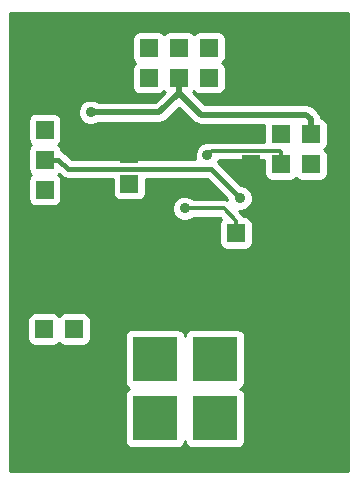
<source format=gbr>
G04 #@! TF.FileFunction,Copper,L1,Top,Signal*
%FSLAX46Y46*%
G04 Gerber Fmt 4.6, Leading zero omitted, Abs format (unit mm)*
G04 Created by KiCad (PCBNEW 0.201505051231+5642~23~ubuntu14.04.1-product) date St 6. květen 2015, 12:46:28 CEST*
%MOMM*%
G01*
G04 APERTURE LIST*
%ADD10C,0.300000*%
%ADD11R,1.524000X1.524000*%
%ADD12C,6.000000*%
%ADD13R,3.810000X3.810000*%
%ADD14C,0.889000*%
%ADD15C,0.500000*%
%ADD16C,0.400000*%
%ADD17C,0.254000*%
G04 APERTURE END LIST*
D10*
D11*
X3810000Y15494000D03*
X6350000Y15494000D03*
X3810000Y12954000D03*
X6350000Y12954000D03*
X3810000Y10414000D03*
X6350000Y10414000D03*
X22606000Y21082000D03*
X20066000Y21082000D03*
X26416000Y26924000D03*
X23876000Y26924000D03*
X26416000Y29464000D03*
X23876000Y29464000D03*
X20320000Y36766500D03*
X20320000Y34226500D03*
X17780000Y36766500D03*
X17780000Y34226500D03*
X15240000Y36766500D03*
X15240000Y34226500D03*
X12700000Y36766500D03*
X12700000Y34226500D03*
X10160000Y36766500D03*
X10160000Y34226500D03*
D12*
X5080000Y35560000D03*
X25400000Y5080000D03*
X25400000Y35560000D03*
X5080000Y5080000D03*
D13*
X18288000Y5414000D03*
X18288000Y10414000D03*
X13208000Y5414000D03*
X13208000Y10414000D03*
D11*
X3873500Y24765000D03*
X3873500Y27305000D03*
X3873500Y29845000D03*
X21336000Y26924000D03*
X21336000Y29464000D03*
X11049000Y27813000D03*
X11049000Y25273000D03*
D14*
X7757524Y31309999D03*
X15748000Y23177500D03*
X17653000Y27686000D03*
X20402158Y24041436D03*
D15*
X13585499Y31309999D02*
X12558207Y31309999D01*
X12558207Y31309999D02*
X7757524Y31309999D01*
X15240000Y32964500D02*
X13585499Y31309999D01*
X15240000Y34226500D02*
X15240000Y32964500D01*
X15240000Y32964500D02*
X16409241Y31795259D01*
X26027000Y31115000D02*
X17089500Y31115000D01*
X17089500Y31115000D02*
X16409241Y31795259D01*
X26416000Y30726000D02*
X26027000Y31115000D01*
X26416000Y30726000D02*
X26416000Y29464000D01*
D10*
X20066000Y22144000D02*
X20066000Y21082000D01*
X19032500Y23177500D02*
X20066000Y22144000D01*
X15748000Y23177500D02*
X19032500Y23177500D01*
X18003001Y28036001D02*
X17653000Y27686000D01*
X23825999Y28036001D02*
X18003001Y28036001D01*
X23876000Y27986000D02*
X23825999Y28036001D01*
X23876000Y26924000D02*
X23876000Y27986000D01*
D16*
X17919595Y26523999D02*
X20402158Y24041436D01*
X8495526Y26523999D02*
X17919595Y26523999D01*
X5816501Y26523999D02*
X8495526Y26523999D01*
X5035500Y27305000D02*
X5816501Y26523999D01*
X3873500Y27305000D02*
X5035500Y27305000D01*
D17*
G36*
X29541000Y939000D02*
X27825440Y939000D01*
X27825440Y26162000D01*
X27825440Y27686000D01*
X27778463Y27928123D01*
X27638673Y28140927D01*
X27560458Y28193723D01*
X27632927Y28241327D01*
X27775377Y28452360D01*
X27825440Y28702000D01*
X27825440Y30226000D01*
X27778463Y30468123D01*
X27638673Y30680927D01*
X27427640Y30823377D01*
X27275564Y30853875D01*
X27233633Y31064675D01*
X27041790Y31351790D01*
X27041786Y31351793D01*
X26652790Y31740790D01*
X26365675Y31932633D01*
X26309484Y31943811D01*
X26027000Y32000001D01*
X26026994Y32000000D01*
X17456079Y32000000D01*
X17035031Y32421049D01*
X17035027Y32421052D01*
X16454105Y33001974D01*
X16456927Y33003827D01*
X16509722Y33082042D01*
X16557327Y33009573D01*
X16768360Y32867123D01*
X17018000Y32817060D01*
X18542000Y32817060D01*
X18784123Y32864037D01*
X18996927Y33003827D01*
X19139377Y33214860D01*
X19189440Y33464500D01*
X19189440Y34988500D01*
X19142463Y35230623D01*
X19002673Y35443427D01*
X18924458Y35496223D01*
X18996927Y35543827D01*
X19139377Y35754860D01*
X19189440Y36004500D01*
X19189440Y37528500D01*
X19142463Y37770623D01*
X19002673Y37983427D01*
X18791640Y38125877D01*
X18542000Y38175940D01*
X17018000Y38175940D01*
X16775877Y38128963D01*
X16563073Y37989173D01*
X16510277Y37910959D01*
X16462673Y37983427D01*
X16251640Y38125877D01*
X16002000Y38175940D01*
X14478000Y38175940D01*
X14235877Y38128963D01*
X14023073Y37989173D01*
X13970277Y37910959D01*
X13922673Y37983427D01*
X13711640Y38125877D01*
X13462000Y38175940D01*
X11938000Y38175940D01*
X11695877Y38128963D01*
X11483073Y37989173D01*
X11340623Y37778140D01*
X11290560Y37528500D01*
X11290560Y36004500D01*
X11337537Y35762377D01*
X11477327Y35549573D01*
X11555541Y35496778D01*
X11483073Y35449173D01*
X11340623Y35238140D01*
X11290560Y34988500D01*
X11290560Y33464500D01*
X11337537Y33222377D01*
X11477327Y33009573D01*
X11688360Y32867123D01*
X11938000Y32817060D01*
X13462000Y32817060D01*
X13704123Y32864037D01*
X13916927Y33003827D01*
X13969722Y33082042D01*
X14017327Y33009573D01*
X14026978Y33003059D01*
X13218919Y32194999D01*
X12558207Y32194999D01*
X8399380Y32194999D01*
X8369810Y32224621D01*
X7973192Y32389312D01*
X7543740Y32389686D01*
X7146835Y32225688D01*
X6842902Y31922285D01*
X6678211Y31525667D01*
X6677837Y31096215D01*
X6841835Y30699310D01*
X7145238Y30395377D01*
X7541856Y30230686D01*
X7971308Y30230312D01*
X8368213Y30394310D01*
X8398955Y30424999D01*
X12558207Y30424999D01*
X13585493Y30424999D01*
X13585499Y30424998D01*
X13585499Y30424999D01*
X13867983Y30481189D01*
X13924173Y30492366D01*
X13924174Y30492366D01*
X14211289Y30684209D01*
X15239999Y31712921D01*
X15783448Y31169473D01*
X15783451Y31169469D01*
X16463707Y30489214D01*
X16463710Y30489210D01*
X16463711Y30489210D01*
X16655554Y30361025D01*
X16750825Y30297367D01*
X16750826Y30297366D01*
X17089500Y30229999D01*
X17089500Y30230000D01*
X17089505Y30230000D01*
X22467362Y30230000D01*
X22466560Y30226000D01*
X22466560Y28821001D01*
X18003001Y28821001D01*
X17723675Y28765440D01*
X17723674Y28765440D01*
X17439216Y28765687D01*
X17042311Y28601689D01*
X16738378Y28298286D01*
X16573687Y27901668D01*
X16573313Y27472216D01*
X16620093Y27358999D01*
X8495526Y27358999D01*
X6162368Y27358999D01*
X5625934Y27895434D01*
X5355041Y28076439D01*
X5278140Y28091736D01*
X5235963Y28309123D01*
X5096173Y28521927D01*
X5017958Y28574723D01*
X5090427Y28622327D01*
X5232877Y28833360D01*
X5282940Y29083000D01*
X5282940Y30607000D01*
X5235963Y30849123D01*
X5096173Y31061927D01*
X4885140Y31204377D01*
X4635500Y31254440D01*
X3111500Y31254440D01*
X2869377Y31207463D01*
X2656573Y31067673D01*
X2514123Y30856640D01*
X2464060Y30607000D01*
X2464060Y29083000D01*
X2511037Y28840877D01*
X2650827Y28628073D01*
X2729041Y28575278D01*
X2656573Y28527673D01*
X2514123Y28316640D01*
X2464060Y28067000D01*
X2464060Y26543000D01*
X2511037Y26300877D01*
X2650827Y26088073D01*
X2729041Y26035278D01*
X2656573Y25987673D01*
X2514123Y25776640D01*
X2464060Y25527000D01*
X2464060Y24003000D01*
X2511037Y23760877D01*
X2650827Y23548073D01*
X2861860Y23405623D01*
X3111500Y23355560D01*
X4635500Y23355560D01*
X4877623Y23402537D01*
X5090427Y23542327D01*
X5232877Y23753360D01*
X5282940Y24003000D01*
X5282940Y25527000D01*
X5235963Y25769123D01*
X5096173Y25981927D01*
X5017958Y26034723D01*
X5082507Y26077125D01*
X5226067Y25933565D01*
X5496960Y25752560D01*
X5496961Y25752560D01*
X5816501Y25688999D01*
X8495526Y25688999D01*
X9639560Y25688999D01*
X9639560Y24511000D01*
X9686537Y24268877D01*
X9826327Y24056073D01*
X10037360Y23913623D01*
X10287000Y23863560D01*
X11811000Y23863560D01*
X12053123Y23910537D01*
X12265927Y24050327D01*
X12408377Y24261360D01*
X12458440Y24511000D01*
X12458440Y25688999D01*
X17573727Y25688999D01*
X19322568Y23940158D01*
X19322538Y23904808D01*
X19032500Y23962500D01*
X16489681Y23962500D01*
X16360286Y24092122D01*
X15963668Y24256813D01*
X15534216Y24257187D01*
X15137311Y24093189D01*
X14833378Y23789786D01*
X14668687Y23393168D01*
X14668313Y22963716D01*
X14832311Y22566811D01*
X15135714Y22262878D01*
X15532332Y22098187D01*
X15961784Y22097813D01*
X16358689Y22261811D01*
X16489606Y22392500D01*
X18707342Y22392500D01*
X18827350Y22272492D01*
X18706623Y22093640D01*
X18656560Y21844000D01*
X18656560Y20320000D01*
X18703537Y20077877D01*
X18843327Y19865073D01*
X19054360Y19722623D01*
X19304000Y19672560D01*
X20828000Y19672560D01*
X21070123Y19719537D01*
X21282927Y19859327D01*
X21425377Y20070360D01*
X21475440Y20320000D01*
X21475440Y21844000D01*
X21428463Y22086123D01*
X21288673Y22298927D01*
X21077640Y22441377D01*
X20828000Y22491440D01*
X20759818Y22491440D01*
X20621079Y22699079D01*
X20358184Y22961974D01*
X20615942Y22961749D01*
X21012847Y23125747D01*
X21316780Y23429150D01*
X21481471Y23825768D01*
X21481845Y24255220D01*
X21317847Y24652125D01*
X21014444Y24956058D01*
X20617826Y25120749D01*
X20503613Y25120849D01*
X18559177Y27065285D01*
X18567622Y27073714D01*
X18641238Y27251001D01*
X22466560Y27251001D01*
X22466560Y26162000D01*
X22513537Y25919877D01*
X22653327Y25707073D01*
X22864360Y25564623D01*
X23114000Y25514560D01*
X24638000Y25514560D01*
X24880123Y25561537D01*
X25092927Y25701327D01*
X25145722Y25779542D01*
X25193327Y25707073D01*
X25404360Y25564623D01*
X25654000Y25514560D01*
X27178000Y25514560D01*
X27420123Y25561537D01*
X27632927Y25701327D01*
X27775377Y25912360D01*
X27825440Y26162000D01*
X27825440Y939000D01*
X20840440Y939000D01*
X20840440Y3509000D01*
X20840440Y7319000D01*
X20793463Y7561123D01*
X20653673Y7773927D01*
X20444818Y7914907D01*
X20647927Y8048327D01*
X20790377Y8259360D01*
X20840440Y8509000D01*
X20840440Y12319000D01*
X20793463Y12561123D01*
X20653673Y12773927D01*
X20442640Y12916377D01*
X20193000Y12966440D01*
X16383000Y12966440D01*
X16140877Y12919463D01*
X15928073Y12779673D01*
X15785623Y12568640D01*
X15748205Y12382058D01*
X15713463Y12561123D01*
X15573673Y12773927D01*
X15362640Y12916377D01*
X15113000Y12966440D01*
X11303000Y12966440D01*
X11060877Y12919463D01*
X10848073Y12779673D01*
X10705623Y12568640D01*
X10655560Y12319000D01*
X10655560Y8509000D01*
X10702537Y8266877D01*
X10842327Y8054073D01*
X11051181Y7913094D01*
X10848073Y7779673D01*
X10705623Y7568640D01*
X10655560Y7319000D01*
X10655560Y3509000D01*
X10702537Y3266877D01*
X10842327Y3054073D01*
X11053360Y2911623D01*
X11303000Y2861560D01*
X15113000Y2861560D01*
X15355123Y2908537D01*
X15567927Y3048327D01*
X15710377Y3259360D01*
X15747794Y3445943D01*
X15782537Y3266877D01*
X15922327Y3054073D01*
X16133360Y2911623D01*
X16383000Y2861560D01*
X20193000Y2861560D01*
X20435123Y2908537D01*
X20647927Y3048327D01*
X20790377Y3259360D01*
X20840440Y3509000D01*
X20840440Y939000D01*
X7759440Y939000D01*
X7759440Y12192000D01*
X7759440Y13716000D01*
X7712463Y13958123D01*
X7572673Y14170927D01*
X7361640Y14313377D01*
X7112000Y14363440D01*
X5588000Y14363440D01*
X5345877Y14316463D01*
X5133073Y14176673D01*
X5080277Y14098459D01*
X5032673Y14170927D01*
X4821640Y14313377D01*
X4572000Y14363440D01*
X3048000Y14363440D01*
X2805877Y14316463D01*
X2593073Y14176673D01*
X2450623Y13965640D01*
X2400560Y13716000D01*
X2400560Y12192000D01*
X2447537Y11949877D01*
X2587327Y11737073D01*
X2798360Y11594623D01*
X3048000Y11544560D01*
X4572000Y11544560D01*
X4814123Y11591537D01*
X5026927Y11731327D01*
X5079722Y11809542D01*
X5127327Y11737073D01*
X5338360Y11594623D01*
X5588000Y11544560D01*
X7112000Y11544560D01*
X7354123Y11591537D01*
X7566927Y11731327D01*
X7709377Y11942360D01*
X7759440Y12192000D01*
X7759440Y939000D01*
X939000Y939000D01*
X939000Y39701000D01*
X29541000Y39701000D01*
X29541000Y939000D01*
X29541000Y939000D01*
G37*
X29541000Y939000D02*
X27825440Y939000D01*
X27825440Y26162000D01*
X27825440Y27686000D01*
X27778463Y27928123D01*
X27638673Y28140927D01*
X27560458Y28193723D01*
X27632927Y28241327D01*
X27775377Y28452360D01*
X27825440Y28702000D01*
X27825440Y30226000D01*
X27778463Y30468123D01*
X27638673Y30680927D01*
X27427640Y30823377D01*
X27275564Y30853875D01*
X27233633Y31064675D01*
X27041790Y31351790D01*
X27041786Y31351793D01*
X26652790Y31740790D01*
X26365675Y31932633D01*
X26309484Y31943811D01*
X26027000Y32000001D01*
X26026994Y32000000D01*
X17456079Y32000000D01*
X17035031Y32421049D01*
X17035027Y32421052D01*
X16454105Y33001974D01*
X16456927Y33003827D01*
X16509722Y33082042D01*
X16557327Y33009573D01*
X16768360Y32867123D01*
X17018000Y32817060D01*
X18542000Y32817060D01*
X18784123Y32864037D01*
X18996927Y33003827D01*
X19139377Y33214860D01*
X19189440Y33464500D01*
X19189440Y34988500D01*
X19142463Y35230623D01*
X19002673Y35443427D01*
X18924458Y35496223D01*
X18996927Y35543827D01*
X19139377Y35754860D01*
X19189440Y36004500D01*
X19189440Y37528500D01*
X19142463Y37770623D01*
X19002673Y37983427D01*
X18791640Y38125877D01*
X18542000Y38175940D01*
X17018000Y38175940D01*
X16775877Y38128963D01*
X16563073Y37989173D01*
X16510277Y37910959D01*
X16462673Y37983427D01*
X16251640Y38125877D01*
X16002000Y38175940D01*
X14478000Y38175940D01*
X14235877Y38128963D01*
X14023073Y37989173D01*
X13970277Y37910959D01*
X13922673Y37983427D01*
X13711640Y38125877D01*
X13462000Y38175940D01*
X11938000Y38175940D01*
X11695877Y38128963D01*
X11483073Y37989173D01*
X11340623Y37778140D01*
X11290560Y37528500D01*
X11290560Y36004500D01*
X11337537Y35762377D01*
X11477327Y35549573D01*
X11555541Y35496778D01*
X11483073Y35449173D01*
X11340623Y35238140D01*
X11290560Y34988500D01*
X11290560Y33464500D01*
X11337537Y33222377D01*
X11477327Y33009573D01*
X11688360Y32867123D01*
X11938000Y32817060D01*
X13462000Y32817060D01*
X13704123Y32864037D01*
X13916927Y33003827D01*
X13969722Y33082042D01*
X14017327Y33009573D01*
X14026978Y33003059D01*
X13218919Y32194999D01*
X12558207Y32194999D01*
X8399380Y32194999D01*
X8369810Y32224621D01*
X7973192Y32389312D01*
X7543740Y32389686D01*
X7146835Y32225688D01*
X6842902Y31922285D01*
X6678211Y31525667D01*
X6677837Y31096215D01*
X6841835Y30699310D01*
X7145238Y30395377D01*
X7541856Y30230686D01*
X7971308Y30230312D01*
X8368213Y30394310D01*
X8398955Y30424999D01*
X12558207Y30424999D01*
X13585493Y30424999D01*
X13585499Y30424998D01*
X13585499Y30424999D01*
X13867983Y30481189D01*
X13924173Y30492366D01*
X13924174Y30492366D01*
X14211289Y30684209D01*
X15239999Y31712921D01*
X15783448Y31169473D01*
X15783451Y31169469D01*
X16463707Y30489214D01*
X16463710Y30489210D01*
X16463711Y30489210D01*
X16655554Y30361025D01*
X16750825Y30297367D01*
X16750826Y30297366D01*
X17089500Y30229999D01*
X17089500Y30230000D01*
X17089505Y30230000D01*
X22467362Y30230000D01*
X22466560Y30226000D01*
X22466560Y28821001D01*
X18003001Y28821001D01*
X17723675Y28765440D01*
X17723674Y28765440D01*
X17439216Y28765687D01*
X17042311Y28601689D01*
X16738378Y28298286D01*
X16573687Y27901668D01*
X16573313Y27472216D01*
X16620093Y27358999D01*
X8495526Y27358999D01*
X6162368Y27358999D01*
X5625934Y27895434D01*
X5355041Y28076439D01*
X5278140Y28091736D01*
X5235963Y28309123D01*
X5096173Y28521927D01*
X5017958Y28574723D01*
X5090427Y28622327D01*
X5232877Y28833360D01*
X5282940Y29083000D01*
X5282940Y30607000D01*
X5235963Y30849123D01*
X5096173Y31061927D01*
X4885140Y31204377D01*
X4635500Y31254440D01*
X3111500Y31254440D01*
X2869377Y31207463D01*
X2656573Y31067673D01*
X2514123Y30856640D01*
X2464060Y30607000D01*
X2464060Y29083000D01*
X2511037Y28840877D01*
X2650827Y28628073D01*
X2729041Y28575278D01*
X2656573Y28527673D01*
X2514123Y28316640D01*
X2464060Y28067000D01*
X2464060Y26543000D01*
X2511037Y26300877D01*
X2650827Y26088073D01*
X2729041Y26035278D01*
X2656573Y25987673D01*
X2514123Y25776640D01*
X2464060Y25527000D01*
X2464060Y24003000D01*
X2511037Y23760877D01*
X2650827Y23548073D01*
X2861860Y23405623D01*
X3111500Y23355560D01*
X4635500Y23355560D01*
X4877623Y23402537D01*
X5090427Y23542327D01*
X5232877Y23753360D01*
X5282940Y24003000D01*
X5282940Y25527000D01*
X5235963Y25769123D01*
X5096173Y25981927D01*
X5017958Y26034723D01*
X5082507Y26077125D01*
X5226067Y25933565D01*
X5496960Y25752560D01*
X5496961Y25752560D01*
X5816501Y25688999D01*
X8495526Y25688999D01*
X9639560Y25688999D01*
X9639560Y24511000D01*
X9686537Y24268877D01*
X9826327Y24056073D01*
X10037360Y23913623D01*
X10287000Y23863560D01*
X11811000Y23863560D01*
X12053123Y23910537D01*
X12265927Y24050327D01*
X12408377Y24261360D01*
X12458440Y24511000D01*
X12458440Y25688999D01*
X17573727Y25688999D01*
X19322568Y23940158D01*
X19322538Y23904808D01*
X19032500Y23962500D01*
X16489681Y23962500D01*
X16360286Y24092122D01*
X15963668Y24256813D01*
X15534216Y24257187D01*
X15137311Y24093189D01*
X14833378Y23789786D01*
X14668687Y23393168D01*
X14668313Y22963716D01*
X14832311Y22566811D01*
X15135714Y22262878D01*
X15532332Y22098187D01*
X15961784Y22097813D01*
X16358689Y22261811D01*
X16489606Y22392500D01*
X18707342Y22392500D01*
X18827350Y22272492D01*
X18706623Y22093640D01*
X18656560Y21844000D01*
X18656560Y20320000D01*
X18703537Y20077877D01*
X18843327Y19865073D01*
X19054360Y19722623D01*
X19304000Y19672560D01*
X20828000Y19672560D01*
X21070123Y19719537D01*
X21282927Y19859327D01*
X21425377Y20070360D01*
X21475440Y20320000D01*
X21475440Y21844000D01*
X21428463Y22086123D01*
X21288673Y22298927D01*
X21077640Y22441377D01*
X20828000Y22491440D01*
X20759818Y22491440D01*
X20621079Y22699079D01*
X20358184Y22961974D01*
X20615942Y22961749D01*
X21012847Y23125747D01*
X21316780Y23429150D01*
X21481471Y23825768D01*
X21481845Y24255220D01*
X21317847Y24652125D01*
X21014444Y24956058D01*
X20617826Y25120749D01*
X20503613Y25120849D01*
X18559177Y27065285D01*
X18567622Y27073714D01*
X18641238Y27251001D01*
X22466560Y27251001D01*
X22466560Y26162000D01*
X22513537Y25919877D01*
X22653327Y25707073D01*
X22864360Y25564623D01*
X23114000Y25514560D01*
X24638000Y25514560D01*
X24880123Y25561537D01*
X25092927Y25701327D01*
X25145722Y25779542D01*
X25193327Y25707073D01*
X25404360Y25564623D01*
X25654000Y25514560D01*
X27178000Y25514560D01*
X27420123Y25561537D01*
X27632927Y25701327D01*
X27775377Y25912360D01*
X27825440Y26162000D01*
X27825440Y939000D01*
X20840440Y939000D01*
X20840440Y3509000D01*
X20840440Y7319000D01*
X20793463Y7561123D01*
X20653673Y7773927D01*
X20444818Y7914907D01*
X20647927Y8048327D01*
X20790377Y8259360D01*
X20840440Y8509000D01*
X20840440Y12319000D01*
X20793463Y12561123D01*
X20653673Y12773927D01*
X20442640Y12916377D01*
X20193000Y12966440D01*
X16383000Y12966440D01*
X16140877Y12919463D01*
X15928073Y12779673D01*
X15785623Y12568640D01*
X15748205Y12382058D01*
X15713463Y12561123D01*
X15573673Y12773927D01*
X15362640Y12916377D01*
X15113000Y12966440D01*
X11303000Y12966440D01*
X11060877Y12919463D01*
X10848073Y12779673D01*
X10705623Y12568640D01*
X10655560Y12319000D01*
X10655560Y8509000D01*
X10702537Y8266877D01*
X10842327Y8054073D01*
X11051181Y7913094D01*
X10848073Y7779673D01*
X10705623Y7568640D01*
X10655560Y7319000D01*
X10655560Y3509000D01*
X10702537Y3266877D01*
X10842327Y3054073D01*
X11053360Y2911623D01*
X11303000Y2861560D01*
X15113000Y2861560D01*
X15355123Y2908537D01*
X15567927Y3048327D01*
X15710377Y3259360D01*
X15747794Y3445943D01*
X15782537Y3266877D01*
X15922327Y3054073D01*
X16133360Y2911623D01*
X16383000Y2861560D01*
X20193000Y2861560D01*
X20435123Y2908537D01*
X20647927Y3048327D01*
X20790377Y3259360D01*
X20840440Y3509000D01*
X20840440Y939000D01*
X7759440Y939000D01*
X7759440Y12192000D01*
X7759440Y13716000D01*
X7712463Y13958123D01*
X7572673Y14170927D01*
X7361640Y14313377D01*
X7112000Y14363440D01*
X5588000Y14363440D01*
X5345877Y14316463D01*
X5133073Y14176673D01*
X5080277Y14098459D01*
X5032673Y14170927D01*
X4821640Y14313377D01*
X4572000Y14363440D01*
X3048000Y14363440D01*
X2805877Y14316463D01*
X2593073Y14176673D01*
X2450623Y13965640D01*
X2400560Y13716000D01*
X2400560Y12192000D01*
X2447537Y11949877D01*
X2587327Y11737073D01*
X2798360Y11594623D01*
X3048000Y11544560D01*
X4572000Y11544560D01*
X4814123Y11591537D01*
X5026927Y11731327D01*
X5079722Y11809542D01*
X5127327Y11737073D01*
X5338360Y11594623D01*
X5588000Y11544560D01*
X7112000Y11544560D01*
X7354123Y11591537D01*
X7566927Y11731327D01*
X7709377Y11942360D01*
X7759440Y12192000D01*
X7759440Y939000D01*
X939000Y939000D01*
X939000Y39701000D01*
X29541000Y39701000D01*
X29541000Y939000D01*
M02*

</source>
